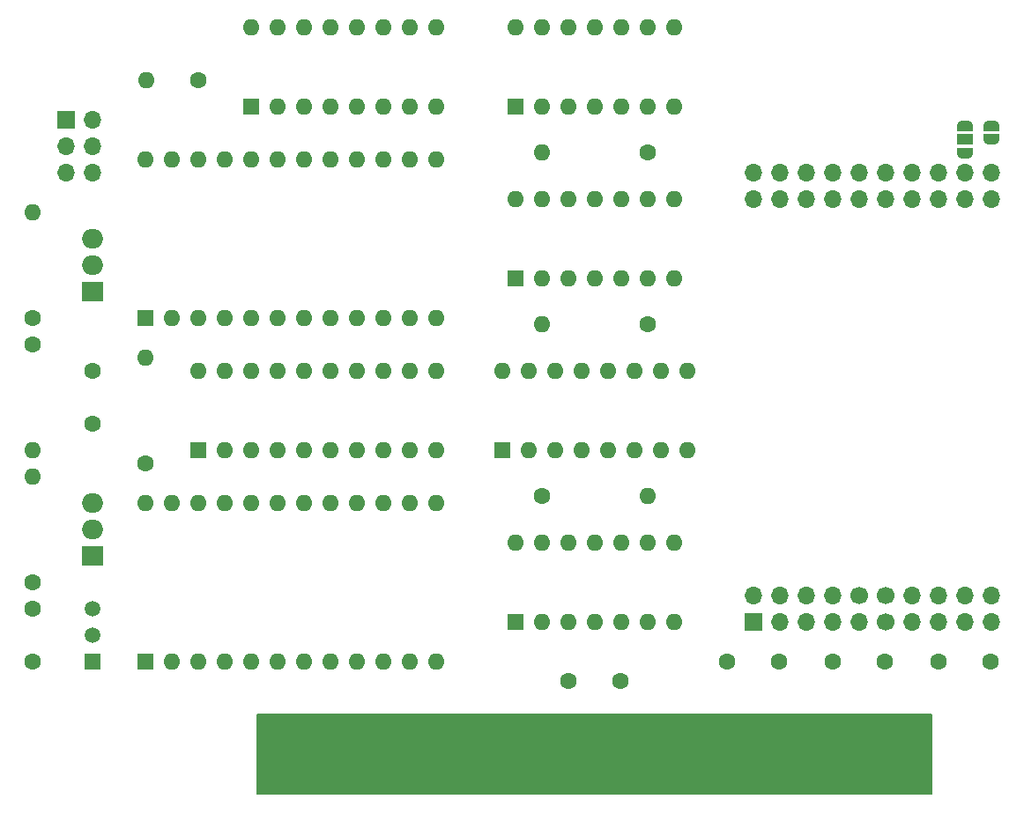
<source format=gbr>
%TF.GenerationSoftware,KiCad,Pcbnew,(6.0.8-1)-1*%
%TF.CreationDate,2022-11-07T14:14:20-08:00*%
%TF.ProjectId,DiskII,4469736b-4949-42e6-9b69-6361645f7063,1*%
%TF.SameCoordinates,Original*%
%TF.FileFunction,Soldermask,Bot*%
%TF.FilePolarity,Negative*%
%FSLAX46Y46*%
G04 Gerber Fmt 4.6, Leading zero omitted, Abs format (unit mm)*
G04 Created by KiCad (PCBNEW (6.0.8-1)-1) date 2022-11-07 14:14:20*
%MOMM*%
%LPD*%
G01*
G04 APERTURE LIST*
G04 Aperture macros list*
%AMRoundRect*
0 Rectangle with rounded corners*
0 $1 Rounding radius*
0 $2 $3 $4 $5 $6 $7 $8 $9 X,Y pos of 4 corners*
0 Add a 4 corners polygon primitive as box body*
4,1,4,$2,$3,$4,$5,$6,$7,$8,$9,$2,$3,0*
0 Add four circle primitives for the rounded corners*
1,1,$1+$1,$2,$3*
1,1,$1+$1,$4,$5*
1,1,$1+$1,$6,$7*
1,1,$1+$1,$8,$9*
0 Add four rect primitives between the rounded corners*
20,1,$1+$1,$2,$3,$4,$5,0*
20,1,$1+$1,$4,$5,$6,$7,0*
20,1,$1+$1,$6,$7,$8,$9,0*
20,1,$1+$1,$8,$9,$2,$3,0*%
%AMHorizOval*
0 Thick line with rounded ends*
0 $1 width*
0 $2 $3 position (X,Y) of the first rounded end (center of the circle)*
0 $4 $5 position (X,Y) of the second rounded end (center of the circle)*
0 Add line between two ends*
20,1,$1,$2,$3,$4,$5,0*
0 Add two circle primitives to create the rounded ends*
1,1,$1,$2,$3*
1,1,$1,$4,$5*%
%AMFreePoly0*
4,1,20,0.000000,0.744959,0.073905,0.744508,0.209726,0.703889,0.328688,0.626782,0.421226,0.519385,0.479903,0.390333,0.500000,0.250000,0.500000,-0.250000,0.499851,-0.262216,0.476331,-0.402017,0.414519,-0.529596,0.319384,-0.634700,0.198574,-0.708877,0.061801,-0.746166,0.000000,-0.745033,0.000000,-0.750000,-0.550000,-0.750000,-0.550000,0.750000,0.000000,0.750000,0.000000,0.744959,
0.000000,0.744959,$1*%
%AMFreePoly1*
4,1,22,0.550000,-0.750000,0.000000,-0.750000,0.000000,-0.745033,-0.079941,-0.743568,-0.215256,-0.701293,-0.333266,-0.622738,-0.424486,-0.514219,-0.481581,-0.384460,-0.499164,-0.250000,-0.500000,-0.250000,-0.500000,0.250000,-0.499164,0.250000,-0.499963,0.256109,-0.478152,0.396186,-0.417904,0.524511,-0.324060,0.630769,-0.204165,0.706417,-0.067858,0.745374,0.000000,0.744959,0.000000,0.750000,
0.550000,0.750000,0.550000,-0.750000,0.550000,-0.750000,$1*%
%AMFreePoly2*
4,1,22,0.500000,-0.750000,0.000000,-0.750000,0.000000,-0.745033,-0.079941,-0.743568,-0.215256,-0.701293,-0.333266,-0.622738,-0.424486,-0.514219,-0.481581,-0.384460,-0.499164,-0.250000,-0.500000,-0.250000,-0.500000,0.250000,-0.499164,0.250000,-0.499963,0.256109,-0.478152,0.396186,-0.417904,0.524511,-0.324060,0.630769,-0.204165,0.706417,-0.067858,0.745374,0.000000,0.744959,0.000000,0.750000,
0.500000,0.750000,0.500000,-0.750000,0.500000,-0.750000,$1*%
%AMFreePoly3*
4,1,20,0.000000,0.744959,0.073905,0.744508,0.209726,0.703889,0.328688,0.626782,0.421226,0.519385,0.479903,0.390333,0.500000,0.250000,0.500000,-0.250000,0.499851,-0.262216,0.476331,-0.402017,0.414519,-0.529596,0.319384,-0.634700,0.198574,-0.708877,0.061801,-0.746166,0.000000,-0.745033,0.000000,-0.750000,-0.500000,-0.750000,-0.500000,0.750000,0.000000,0.750000,0.000000,0.744959,
0.000000,0.744959,$1*%
G04 Aperture macros list end*
%ADD10C,0.150000*%
%ADD11C,1.600000*%
%ADD12O,1.600000X1.600000*%
%ADD13RoundRect,0.317500X-0.317500X-3.365500X0.317500X-3.365500X0.317500X3.365500X-0.317500X3.365500X0*%
%ADD14R,1.600000X1.600000*%
%ADD15R,2.000000X1.905000*%
%ADD16O,2.000000X1.905000*%
%ADD17R,1.500000X1.500000*%
%ADD18C,1.500000*%
%ADD19O,1.700000X1.700000*%
%ADD20R,1.700000X1.700000*%
%ADD21C,1.700000*%
%ADD22HorizOval,1.700000X0.000000X0.000000X0.000000X0.000000X0*%
%ADD23FreePoly0,270.000000*%
%ADD24R,1.500000X1.000000*%
%ADD25FreePoly1,270.000000*%
%ADD26FreePoly2,270.000000*%
%ADD27FreePoly3,270.000000*%
G04 APERTURE END LIST*
%TO.C,J1*%
G36*
X201295000Y-140980000D02*
G01*
X136525000Y-140980000D01*
X136525000Y-133360000D01*
X201295000Y-133360000D01*
X201295000Y-140980000D01*
G37*
D10*
X201295000Y-140980000D02*
X136525000Y-140980000D01*
X136525000Y-133360000D01*
X201295000Y-133360000D01*
X201295000Y-140980000D01*
%TD*%
D11*
%TO.C,R2*%
X114935000Y-97790000D03*
D12*
X114935000Y-107950000D03*
%TD*%
D11*
%TO.C,R3*%
X173990000Y-79375000D03*
D12*
X163830000Y-79375000D03*
%TD*%
D11*
%TO.C,C1*%
X166410000Y-130175000D03*
X171410000Y-130175000D03*
%TD*%
%TO.C,R4*%
X163830000Y-112395000D03*
D12*
X173990000Y-112395000D03*
%TD*%
D11*
%TO.C,R1*%
X114935000Y-120650000D03*
D12*
X114935000Y-110490000D03*
%TD*%
D13*
%TO.C,J1*%
X199390000Y-137043000D03*
X196850000Y-137043000D03*
X194310000Y-137043000D03*
X191770000Y-137043000D03*
X189230000Y-137043000D03*
X186690000Y-137043000D03*
X184150000Y-137043000D03*
X181610000Y-137043000D03*
X179070000Y-137043000D03*
X176530000Y-137043000D03*
X173990000Y-137043000D03*
X171450000Y-137043000D03*
X168910000Y-137043000D03*
X166370000Y-137043000D03*
X163830000Y-137043000D03*
X161290000Y-137043000D03*
X158750000Y-137043000D03*
X156210000Y-137043000D03*
X153670000Y-137043000D03*
X151130000Y-137043000D03*
X148590000Y-137043000D03*
X146050000Y-137043000D03*
X143510000Y-137043000D03*
X140970000Y-137043000D03*
X138430000Y-137043000D03*
%TD*%
D11*
%TO.C,C4*%
X114935000Y-128230000D03*
X114935000Y-123230000D03*
%TD*%
D14*
%TO.C,UC2*%
X160020000Y-107950000D03*
D12*
X162560000Y-107950000D03*
X165100000Y-107950000D03*
X167640000Y-107950000D03*
X170180000Y-107950000D03*
X172720000Y-107950000D03*
X175260000Y-107950000D03*
X177800000Y-107950000D03*
X177800000Y-100330000D03*
X175260000Y-100330000D03*
X172720000Y-100330000D03*
X170180000Y-100330000D03*
X167640000Y-100330000D03*
X165100000Y-100330000D03*
X162560000Y-100330000D03*
X160020000Y-100330000D03*
%TD*%
D14*
%TO.C,UD2*%
X161290000Y-124460000D03*
D12*
X163830000Y-124460000D03*
X166370000Y-124460000D03*
X168910000Y-124460000D03*
X171450000Y-124460000D03*
X173990000Y-124460000D03*
X176530000Y-124460000D03*
X176530000Y-116840000D03*
X173990000Y-116840000D03*
X171450000Y-116840000D03*
X168910000Y-116840000D03*
X166370000Y-116840000D03*
X163830000Y-116840000D03*
X161290000Y-116840000D03*
%TD*%
D14*
%TO.C,UD3*%
X125735000Y-128270000D03*
D12*
X128275000Y-128270000D03*
X130815000Y-128270000D03*
X133355000Y-128270000D03*
X135895000Y-128270000D03*
X138435000Y-128270000D03*
X140975000Y-128270000D03*
X143515000Y-128270000D03*
X146055000Y-128270000D03*
X148595000Y-128270000D03*
X151135000Y-128270000D03*
X153675000Y-128270000D03*
X153675000Y-113030000D03*
X151135000Y-113030000D03*
X148595000Y-113030000D03*
X146055000Y-113030000D03*
X143515000Y-113030000D03*
X140975000Y-113030000D03*
X138435000Y-113030000D03*
X135895000Y-113030000D03*
X133355000Y-113030000D03*
X130815000Y-113030000D03*
X128275000Y-113030000D03*
X125735000Y-113030000D03*
%TD*%
D11*
%TO.C,C6*%
X206970000Y-128270000D03*
X201970000Y-128270000D03*
%TD*%
D15*
%TO.C,Q2*%
X120650000Y-118110000D03*
D16*
X120650000Y-115570000D03*
X120650000Y-113030000D03*
%TD*%
D17*
%TO.C,Q1*%
X120650000Y-128270000D03*
D18*
X120650000Y-125730000D03*
X120650000Y-123190000D03*
%TD*%
D11*
%TO.C,C7*%
X181650000Y-128270000D03*
X186650000Y-128270000D03*
%TD*%
%TO.C,R5*%
X173990000Y-95885000D03*
D12*
X163830000Y-95885000D03*
%TD*%
D19*
%TO.C,J3*%
X184150000Y-83820000D03*
X184150000Y-81280000D03*
X186690000Y-83820000D03*
X186690000Y-81280000D03*
X189230000Y-83820000D03*
X189230000Y-81280000D03*
X191770000Y-83820000D03*
X191770000Y-81280000D03*
X194310000Y-83820000D03*
X194310000Y-81280000D03*
X196850000Y-83820000D03*
X196850000Y-81280000D03*
X199390000Y-83820000D03*
X199390000Y-81280000D03*
X201930000Y-83820000D03*
X201930000Y-81280000D03*
X204470000Y-83820000D03*
X204470000Y-81280000D03*
X207010000Y-83820000D03*
X207010000Y-81280000D03*
%TD*%
D20*
%TO.C,SWA8*%
X118110000Y-76200000D03*
D19*
X118110000Y-78740000D03*
X118110000Y-81280000D03*
X120650000Y-76200000D03*
X120650000Y-78740000D03*
X120650000Y-81280000D03*
%TD*%
D14*
%TO.C,UA2*%
X161290000Y-74930000D03*
D12*
X163830000Y-74930000D03*
X166370000Y-74930000D03*
X168910000Y-74930000D03*
X171450000Y-74930000D03*
X173990000Y-74930000D03*
X176530000Y-74930000D03*
X176530000Y-67310000D03*
X173990000Y-67310000D03*
X171450000Y-67310000D03*
X168910000Y-67310000D03*
X166370000Y-67310000D03*
X163830000Y-67310000D03*
X161290000Y-67310000D03*
%TD*%
D14*
%TO.C,UC3*%
X130815000Y-107950000D03*
D12*
X133355000Y-107950000D03*
X135895000Y-107950000D03*
X138435000Y-107950000D03*
X140975000Y-107950000D03*
X143515000Y-107950000D03*
X146055000Y-107950000D03*
X148595000Y-107950000D03*
X151135000Y-107950000D03*
X153675000Y-107950000D03*
X153675000Y-100330000D03*
X151135000Y-100330000D03*
X148595000Y-100330000D03*
X146055000Y-100330000D03*
X143515000Y-100330000D03*
X140975000Y-100330000D03*
X138435000Y-100330000D03*
X135895000Y-100330000D03*
X133355000Y-100330000D03*
X130815000Y-100330000D03*
%TD*%
D14*
%TO.C,UB3*%
X125730000Y-95250000D03*
D12*
X128270000Y-95250000D03*
X130810000Y-95250000D03*
X133350000Y-95250000D03*
X135890000Y-95250000D03*
X138430000Y-95250000D03*
X140970000Y-95250000D03*
X143510000Y-95250000D03*
X146050000Y-95250000D03*
X148590000Y-95250000D03*
X151130000Y-95250000D03*
X153670000Y-95250000D03*
X153670000Y-80010000D03*
X151130000Y-80010000D03*
X148590000Y-80010000D03*
X146050000Y-80010000D03*
X143510000Y-80010000D03*
X140970000Y-80010000D03*
X138430000Y-80010000D03*
X135890000Y-80010000D03*
X133350000Y-80010000D03*
X130810000Y-80010000D03*
X128270000Y-80010000D03*
X125730000Y-80010000D03*
%TD*%
D11*
%TO.C,C3*%
X196810000Y-128270000D03*
X191810000Y-128270000D03*
%TD*%
%TO.C,R6*%
X125730000Y-109220000D03*
D12*
X125730000Y-99060000D03*
%TD*%
D15*
%TO.C,Q3*%
X120650000Y-92710000D03*
D16*
X120650000Y-90170000D03*
X120650000Y-87630000D03*
%TD*%
D11*
%TO.C,C5*%
X120650000Y-100370000D03*
X120650000Y-105370000D03*
%TD*%
D14*
%TO.C,UA3*%
X135890000Y-74930000D03*
D12*
X138430000Y-74930000D03*
X140970000Y-74930000D03*
X143510000Y-74930000D03*
X146050000Y-74930000D03*
X148590000Y-74930000D03*
X151130000Y-74930000D03*
X153670000Y-74930000D03*
X153670000Y-67310000D03*
X151130000Y-67310000D03*
X148590000Y-67310000D03*
X146050000Y-67310000D03*
X143510000Y-67310000D03*
X140970000Y-67310000D03*
X138430000Y-67310000D03*
X135890000Y-67310000D03*
%TD*%
%TO.C,C2*%
X125867349Y-72390000D03*
D11*
X130867349Y-72390000D03*
%TD*%
D20*
%TO.C,J2*%
X184150000Y-124460000D03*
D19*
X184150000Y-121920000D03*
X186690000Y-124460000D03*
X186690000Y-121920000D03*
X189230000Y-124460000D03*
X189230000Y-121920000D03*
X191770000Y-124460000D03*
X191770000Y-121920000D03*
X194310000Y-124460000D03*
D21*
X194310000Y-121920000D03*
D22*
X196850000Y-124460000D03*
D21*
X196850000Y-121920000D03*
D19*
X199390000Y-124460000D03*
X199390000Y-121920000D03*
X201930000Y-124460000D03*
X201930000Y-121920000D03*
X204470000Y-124460000D03*
X204470000Y-121920000D03*
X207010000Y-124460000D03*
X207010000Y-121920000D03*
%TD*%
D14*
%TO.C,UB2*%
X161290000Y-91440000D03*
D12*
X163830000Y-91440000D03*
X166370000Y-91440000D03*
X168910000Y-91440000D03*
X171450000Y-91440000D03*
X173990000Y-91440000D03*
X176530000Y-91440000D03*
X176530000Y-83820000D03*
X173990000Y-83820000D03*
X171450000Y-83820000D03*
X168910000Y-83820000D03*
X166370000Y-83820000D03*
X163830000Y-83820000D03*
X161290000Y-83820000D03*
%TD*%
D11*
%TO.C,R7*%
X114935000Y-95250000D03*
D12*
X114935000Y-85090000D03*
%TD*%
D23*
%TO.C,JP17*%
X204470000Y-79405000D03*
D24*
X204470000Y-78105000D03*
D25*
X204470000Y-76805000D03*
%TD*%
D26*
%TO.C,JP19*%
X207010000Y-76805000D03*
D27*
X207010000Y-78105000D03*
%TD*%
M02*

</source>
